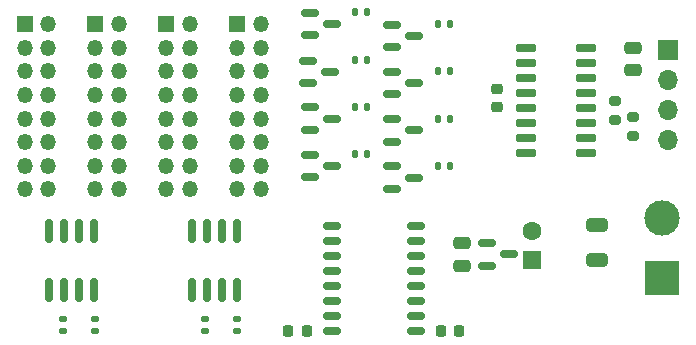
<source format=gbr>
%TF.GenerationSoftware,KiCad,Pcbnew,7.0.9-rc2*%
%TF.CreationDate,2023-12-26T16:59:54-08:00*%
%TF.ProjectId,driver_board,64726976-6572-45f6-926f-6172642e6b69,rev?*%
%TF.SameCoordinates,PX5f5e100PY5f5e100*%
%TF.FileFunction,Soldermask,Top*%
%TF.FilePolarity,Negative*%
%FSLAX46Y46*%
G04 Gerber Fmt 4.6, Leading zero omitted, Abs format (unit mm)*
G04 Created by KiCad (PCBNEW 7.0.9-rc2) date 2023-12-26 16:59:54*
%MOMM*%
%LPD*%
G01*
G04 APERTURE LIST*
G04 Aperture macros list*
%AMRoundRect*
0 Rectangle with rounded corners*
0 $1 Rounding radius*
0 $2 $3 $4 $5 $6 $7 $8 $9 X,Y pos of 4 corners*
0 Add a 4 corners polygon primitive as box body*
4,1,4,$2,$3,$4,$5,$6,$7,$8,$9,$2,$3,0*
0 Add four circle primitives for the rounded corners*
1,1,$1+$1,$2,$3*
1,1,$1+$1,$4,$5*
1,1,$1+$1,$6,$7*
1,1,$1+$1,$8,$9*
0 Add four rect primitives between the rounded corners*
20,1,$1+$1,$2,$3,$4,$5,0*
20,1,$1+$1,$4,$5,$6,$7,0*
20,1,$1+$1,$6,$7,$8,$9,0*
20,1,$1+$1,$8,$9,$2,$3,0*%
G04 Aperture macros list end*
%ADD10RoundRect,0.225000X0.225000X0.250000X-0.225000X0.250000X-0.225000X-0.250000X0.225000X-0.250000X0*%
%ADD11RoundRect,0.150000X0.600000X0.150000X-0.600000X0.150000X-0.600000X-0.150000X0.600000X-0.150000X0*%
%ADD12RoundRect,0.225000X-0.225000X-0.250000X0.225000X-0.250000X0.225000X0.250000X-0.225000X0.250000X0*%
%ADD13C,1.600000*%
%ADD14R,1.600000X1.600000*%
%ADD15RoundRect,0.150000X-0.587500X-0.150000X0.587500X-0.150000X0.587500X0.150000X-0.587500X0.150000X0*%
%ADD16RoundRect,0.200000X0.275000X-0.200000X0.275000X0.200000X-0.275000X0.200000X-0.275000X-0.200000X0*%
%ADD17RoundRect,0.135000X0.185000X-0.135000X0.185000X0.135000X-0.185000X0.135000X-0.185000X-0.135000X0*%
%ADD18RoundRect,0.135000X0.135000X0.185000X-0.135000X0.185000X-0.135000X-0.185000X0.135000X-0.185000X0*%
%ADD19RoundRect,0.150000X0.150000X-0.825000X0.150000X0.825000X-0.150000X0.825000X-0.150000X-0.825000X0*%
%ADD20R,3.000000X3.000000*%
%ADD21C,3.000000*%
%ADD22RoundRect,0.150000X0.725000X0.150000X-0.725000X0.150000X-0.725000X-0.150000X0.725000X-0.150000X0*%
%ADD23R,1.700000X1.700000*%
%ADD24O,1.700000X1.700000*%
%ADD25R,1.350000X1.350000*%
%ADD26O,1.350000X1.350000*%
%ADD27RoundRect,0.250000X0.650000X-0.325000X0.650000X0.325000X-0.650000X0.325000X-0.650000X-0.325000X0*%
%ADD28RoundRect,0.250000X0.475000X-0.250000X0.475000X0.250000X-0.475000X0.250000X-0.475000X-0.250000X0*%
%ADD29RoundRect,0.225000X0.250000X-0.225000X0.250000X0.225000X-0.250000X0.225000X-0.250000X-0.225000X0*%
G04 APERTURE END LIST*
D10*
%TO.C,C7*%
X26875000Y-29000000D03*
X25325000Y-29000000D03*
%TD*%
D11*
%TO.C,U3*%
X36100000Y-29000000D03*
X36100000Y-27730000D03*
X36100000Y-26460000D03*
X36100000Y-25190000D03*
X36100000Y-23920000D03*
X36100000Y-22650000D03*
X36100000Y-21380000D03*
X36100000Y-20110000D03*
X29000000Y-20110000D03*
X29000000Y-21380000D03*
X29000000Y-22650000D03*
X29000000Y-23920000D03*
X29000000Y-25190000D03*
X29000000Y-26460000D03*
X29000000Y-27730000D03*
X29000000Y-29000000D03*
%TD*%
D12*
%TO.C,C6*%
X39775000Y-29000000D03*
X38225000Y-29000000D03*
%TD*%
D13*
%TO.C,C5*%
X46000000Y-20500000D03*
D14*
X46000000Y-23000000D03*
%TD*%
D15*
%TO.C,U1*%
X44000000Y-22500000D03*
X42125000Y-23450000D03*
X42125000Y-21550000D03*
%TD*%
D16*
%TO.C,R14*%
X53000000Y-11125000D03*
X53000000Y-9475000D03*
%TD*%
%TO.C,R13*%
X54500000Y-12475000D03*
X54500000Y-10825000D03*
%TD*%
D17*
%TO.C,R12*%
X21000000Y-29000000D03*
X21000000Y-27980000D03*
%TD*%
%TO.C,R11*%
X18250000Y-27990000D03*
X18250000Y-29010000D03*
%TD*%
%TO.C,R10*%
X9000000Y-29020000D03*
X9000000Y-28000000D03*
%TD*%
%TO.C,R9*%
X6250000Y-29020000D03*
X6250000Y-28000000D03*
%TD*%
D18*
%TO.C,R8*%
X39020000Y-15000000D03*
X38000000Y-15000000D03*
%TD*%
%TO.C,R7*%
X32020000Y-14000000D03*
X31000000Y-14000000D03*
%TD*%
%TO.C,R6*%
X39020000Y-11000000D03*
X38000000Y-11000000D03*
%TD*%
%TO.C,R5*%
X32020000Y-10000000D03*
X31000000Y-10000000D03*
%TD*%
%TO.C,R4*%
X39000000Y-7000000D03*
X37980000Y-7000000D03*
%TD*%
%TO.C,R3*%
X31000000Y-6000000D03*
X32020000Y-6000000D03*
%TD*%
%TO.C,R2*%
X38000000Y-3000000D03*
X39020000Y-3000000D03*
%TD*%
%TO.C,R1*%
X31000000Y-2000000D03*
X32020000Y-2000000D03*
%TD*%
D19*
%TO.C,Q10*%
X17190000Y-25475000D03*
X18460000Y-25475000D03*
X19730000Y-25475000D03*
X21000000Y-25475000D03*
X21000000Y-20525000D03*
X19730000Y-20525000D03*
X18460000Y-20525000D03*
X17190000Y-20525000D03*
%TD*%
%TO.C,Q9*%
X5095000Y-20525000D03*
X6365000Y-20525000D03*
X7635000Y-20525000D03*
X8905000Y-20525000D03*
X8905000Y-25475000D03*
X7635000Y-25475000D03*
X6365000Y-25475000D03*
X5095000Y-25475000D03*
%TD*%
D15*
%TO.C,Q8*%
X34105000Y-15050000D03*
X34105000Y-16950000D03*
X35980000Y-16000000D03*
%TD*%
%TO.C,Q7*%
X27125000Y-14050000D03*
X27125000Y-15950000D03*
X29000000Y-15000000D03*
%TD*%
%TO.C,Q6*%
X34105000Y-11050000D03*
X34105000Y-12950000D03*
X35980000Y-12000000D03*
%TD*%
%TO.C,Q5*%
X27125000Y-10050000D03*
X27125000Y-11950000D03*
X29000000Y-11000000D03*
%TD*%
%TO.C,Q4*%
X34105000Y-7050000D03*
X34105000Y-8950000D03*
X35980000Y-8000000D03*
%TD*%
%TO.C,Q3*%
X27000000Y-6100000D03*
X27000000Y-8000000D03*
X28875000Y-7050000D03*
%TD*%
%TO.C,Q2*%
X35980000Y-4000000D03*
X34105000Y-4950000D03*
X34105000Y-3050000D03*
%TD*%
%TO.C,Q1*%
X29000000Y-3000000D03*
X27125000Y-3950000D03*
X27125000Y-2050000D03*
%TD*%
D20*
%TO.C,J7*%
X57000000Y-24460000D03*
D21*
X57000000Y-19380000D03*
%TD*%
D22*
%TO.C,U2*%
X50575000Y-13945000D03*
X50575000Y-12675000D03*
X50575000Y-11405000D03*
X50575000Y-10135000D03*
X50575000Y-8865000D03*
X50575000Y-7595000D03*
X50575000Y-6325000D03*
X50575000Y-5055000D03*
X45425000Y-5055000D03*
X45425000Y-6325000D03*
X45425000Y-7595000D03*
X45425000Y-8865000D03*
X45425000Y-10135000D03*
X45425000Y-11405000D03*
X45425000Y-12675000D03*
X45425000Y-13945000D03*
%TD*%
D23*
%TO.C,J5*%
X57500000Y-5175000D03*
D24*
X57500000Y-7715000D03*
X57500000Y-10255000D03*
X57500000Y-12795000D03*
%TD*%
D25*
%TO.C,J4*%
X21000000Y-3000000D03*
D26*
X23000000Y-3000000D03*
X21000000Y-5000000D03*
X23000000Y-5000000D03*
X21000000Y-7000000D03*
X23000000Y-7000000D03*
X21000000Y-9000000D03*
X23000000Y-9000000D03*
X21000000Y-11000000D03*
X23000000Y-11000000D03*
X21000000Y-13000000D03*
X23000000Y-13000000D03*
X21000000Y-15000000D03*
X23000000Y-15000000D03*
X21000000Y-17000000D03*
X23000000Y-17000000D03*
%TD*%
D25*
%TO.C,J3*%
X15000000Y-3000000D03*
D26*
X17000000Y-3000000D03*
X15000000Y-5000000D03*
X17000000Y-5000000D03*
X15000000Y-7000000D03*
X17000000Y-7000000D03*
X15000000Y-9000000D03*
X17000000Y-9000000D03*
X15000000Y-11000000D03*
X17000000Y-11000000D03*
X15000000Y-13000000D03*
X17000000Y-13000000D03*
X15000000Y-15000000D03*
X17000000Y-15000000D03*
X15000000Y-17000000D03*
X17000000Y-17000000D03*
%TD*%
D25*
%TO.C,J2*%
X9000000Y-3000000D03*
D26*
X11000000Y-3000000D03*
X9000000Y-5000000D03*
X11000000Y-5000000D03*
X9000000Y-7000000D03*
X11000000Y-7000000D03*
X9000000Y-9000000D03*
X11000000Y-9000000D03*
X9000000Y-11000000D03*
X11000000Y-11000000D03*
X9000000Y-13000000D03*
X11000000Y-13000000D03*
X9000000Y-15000000D03*
X11000000Y-15000000D03*
X9000000Y-17000000D03*
X11000000Y-17000000D03*
%TD*%
D25*
%TO.C,J1*%
X3000000Y-3000000D03*
D26*
X5000000Y-3000000D03*
X3000000Y-5000000D03*
X5000000Y-5000000D03*
X3000000Y-7000000D03*
X5000000Y-7000000D03*
X3000000Y-9000000D03*
X5000000Y-9000000D03*
X3000000Y-11000000D03*
X5000000Y-11000000D03*
X3000000Y-13000000D03*
X5000000Y-13000000D03*
X3000000Y-15000000D03*
X5000000Y-15000000D03*
X3000000Y-17000000D03*
X5000000Y-17000000D03*
%TD*%
D27*
%TO.C,C4*%
X51500000Y-22975000D03*
X51500000Y-20025000D03*
%TD*%
D28*
%TO.C,C3*%
X40000000Y-21550000D03*
X40000000Y-23450000D03*
%TD*%
%TO.C,C2*%
X54500000Y-6900000D03*
X54500000Y-5000000D03*
%TD*%
D29*
%TO.C,C1*%
X43000000Y-8500000D03*
X43000000Y-10050000D03*
%TD*%
M02*

</source>
